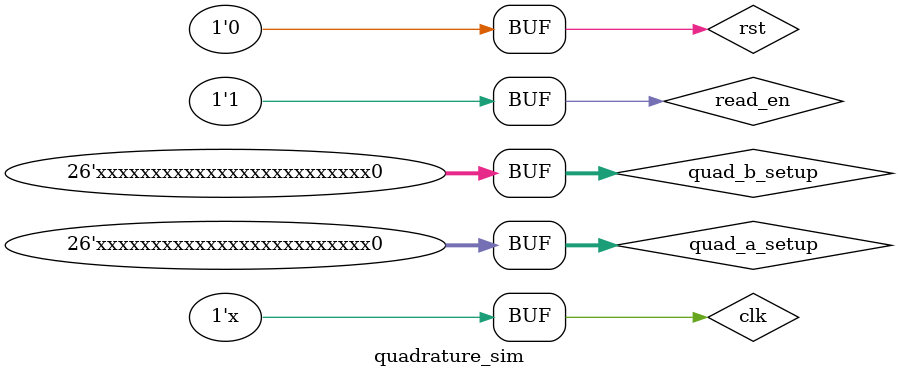
<source format=v>
`timescale 1ns / 1ps


module quadrature_sim();
    reg read_en, clk, rst;
    wire data_valid;
    wire [63:0] data_out;
	
	reg [25:0] quad_a_setup;
	reg [25:0] quad_b_setup;

    quadrature_reader reader(
        .encode_a(quad_a_setup[25]),
        .encode_b(quad_b_setup[25]),
        .read_en(read_en),
        .data_valid(data_valid),
        .data_out(data_out),
        .clk(clk),
        .rst(rst));
    
    initial begin
        read_en <= 0;
        clk <= 0;
        rst <= 1;
		quad_a_setup <= 26'b10011001100011001100100110;
		quad_b_setup <= 26'b11001100110110011001110011;
        #10;
        rst <= 0;
    end
    
    always #150 begin
        read_en <= 1;
    end
	always @(negedge(data_valid)) begin
		read_en <= 0;
	end
    
    always #1 clk <= !clk;
	
	always #15 begin
		quad_a_setup <= quad_a_setup << 1;
		quad_b_setup <= quad_b_setup << 1;
	end
endmodule
</source>
